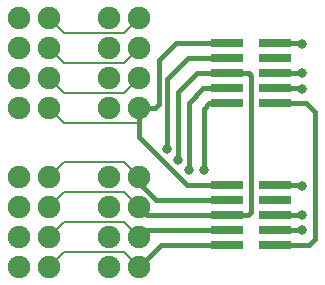
<source format=gtl>
%TF.GenerationSoftware,KiCad,Pcbnew,5.1.6-c6e7f7d~86~ubuntu18.04.1*%
%TF.CreationDate,2020-07-28T10:33:50+01:00*%
%TF.ProjectId,cortex-debug,636f7274-6578-42d6-9465-6275672e6b69,rev?*%
%TF.SameCoordinates,Original*%
%TF.FileFunction,Copper,L1,Top*%
%TF.FilePolarity,Positive*%
%FSLAX46Y46*%
G04 Gerber Fmt 4.6, Leading zero omitted, Abs format (unit mm)*
G04 Created by KiCad (PCBNEW 5.1.6-c6e7f7d~86~ubuntu18.04.1) date 2020-07-28 10:33:50*
%MOMM*%
%LPD*%
G01*
G04 APERTURE LIST*
%TA.AperFunction,SMDPad,CuDef*%
%ADD10R,2.790000X0.740000*%
%TD*%
%TA.AperFunction,ComponentPad*%
%ADD11C,1.900000*%
%TD*%
%TA.AperFunction,ViaPad*%
%ADD12C,0.800000*%
%TD*%
%TA.AperFunction,Conductor*%
%ADD13C,0.400000*%
%TD*%
%TA.AperFunction,Conductor*%
%ADD14C,0.200000*%
%TD*%
G04 APERTURE END LIST*
D10*
%TO.P,P2,10*%
%TO.N,/~RESET*%
X117965000Y-61460000D03*
%TO.P,P2,9*%
%TO.N,GND*%
X122035000Y-61460000D03*
%TO.P,P2,8*%
%TO.N,/JTDI*%
X117965000Y-62730000D03*
%TO.P,P2,7*%
%TO.N,N/C*%
X122035000Y-62730000D03*
%TO.P,P2,6*%
%TO.N,/SWO*%
X117965000Y-64000000D03*
%TO.P,P2,5*%
%TO.N,GND*%
X122035000Y-64000000D03*
%TO.P,P2,4*%
%TO.N,/SWCLK*%
X117965000Y-65270000D03*
%TO.P,P2,3*%
%TO.N,GND*%
X122035000Y-65270000D03*
%TO.P,P2,2*%
%TO.N,/SWDIO*%
X117965000Y-66540000D03*
%TO.P,P2,1*%
%TO.N,3v3*%
X122035000Y-66540000D03*
%TD*%
%TO.P,P1,10*%
%TO.N,/~RESET*%
X117965000Y-73460000D03*
%TO.P,P1,9*%
%TO.N,GND*%
X122035000Y-73460000D03*
%TO.P,P1,8*%
%TO.N,/JTDI*%
X117965000Y-74730000D03*
%TO.P,P1,7*%
%TO.N,N/C*%
X122035000Y-74730000D03*
%TO.P,P1,6*%
%TO.N,/SWO*%
X117965000Y-76000000D03*
%TO.P,P1,5*%
%TO.N,GND*%
X122035000Y-76000000D03*
%TO.P,P1,4*%
%TO.N,/SWCLK*%
X117965000Y-77270000D03*
%TO.P,P1,3*%
%TO.N,GND*%
X122035000Y-77270000D03*
%TO.P,P1,2*%
%TO.N,/SWDIO*%
X117965000Y-78540000D03*
%TO.P,P1,1*%
%TO.N,3v3*%
X122035000Y-78540000D03*
%TD*%
D11*
%TO.P,J6,8*%
%TO.N,/~RESET*%
X110490000Y-66929000D03*
%TO.P,J6,7*%
%TO.N,GND*%
X107950000Y-66929000D03*
%TO.P,J6,6*%
%TO.N,/CH5*%
X110490000Y-64389000D03*
%TO.P,J6,5*%
%TO.N,GND*%
X107950000Y-64389000D03*
%TO.P,J6,4*%
%TO.N,/CH6*%
X110490000Y-61849000D03*
%TO.P,J6,3*%
%TO.N,GND*%
X107950000Y-61849000D03*
%TO.P,J6,2*%
%TO.N,/CH7*%
X110490000Y-59309000D03*
%TO.P,J6,1*%
%TO.N,GND*%
X107950000Y-59309000D03*
%TD*%
%TO.P,J5,1*%
%TO.N,GND*%
X100330000Y-59309000D03*
%TO.P,J5,2*%
%TO.N,/CH7*%
X102870000Y-59309000D03*
%TO.P,J5,3*%
%TO.N,GND*%
X100330000Y-61849000D03*
%TO.P,J5,4*%
%TO.N,/CH6*%
X102870000Y-61849000D03*
%TO.P,J5,5*%
%TO.N,GND*%
X100330000Y-64389000D03*
%TO.P,J5,6*%
%TO.N,/CH5*%
X102870000Y-64389000D03*
%TO.P,J5,7*%
%TO.N,GND*%
X100330000Y-66929000D03*
%TO.P,J5,8*%
%TO.N,/~RESET*%
X102870000Y-66929000D03*
%TD*%
%TO.P,J2,8*%
%TO.N,/SWDIO*%
X110490000Y-80391000D03*
%TO.P,J2,7*%
%TO.N,GND*%
X107950000Y-80391000D03*
%TO.P,J2,6*%
%TO.N,/SWCLK*%
X110490000Y-77851000D03*
%TO.P,J2,5*%
%TO.N,GND*%
X107950000Y-77851000D03*
%TO.P,J2,4*%
%TO.N,/SWO*%
X110490000Y-75311000D03*
%TO.P,J2,3*%
%TO.N,GND*%
X107950000Y-75311000D03*
%TO.P,J2,2*%
%TO.N,/JTDI*%
X110490000Y-72771000D03*
%TO.P,J2,1*%
%TO.N,GND*%
X107950000Y-72771000D03*
%TD*%
%TO.P,J1,8*%
%TO.N,/SWDIO*%
X102870000Y-80391000D03*
%TO.P,J1,7*%
%TO.N,GND*%
X100330000Y-80391000D03*
%TO.P,J1,6*%
%TO.N,/SWCLK*%
X102870000Y-77851000D03*
%TO.P,J1,5*%
%TO.N,GND*%
X100330000Y-77851000D03*
%TO.P,J1,4*%
%TO.N,/SWO*%
X102870000Y-75311000D03*
%TO.P,J1,3*%
%TO.N,GND*%
X100330000Y-75311000D03*
%TO.P,J1,2*%
%TO.N,/JTDI*%
X102870000Y-72771000D03*
%TO.P,J1,1*%
%TO.N,GND*%
X100330000Y-72771000D03*
%TD*%
D12*
%TO.N,GND*%
X124300000Y-77300000D03*
X124300000Y-76000000D03*
X124300000Y-73500000D03*
X124300000Y-65300000D03*
X124300000Y-64000000D03*
X124300000Y-61500000D03*
%TO.N,/SWDIO*%
X116000000Y-72200000D03*
%TO.N,/SWCLK*%
X114700000Y-72200000D03*
%TO.N,/SWO*%
X113800000Y-71300000D03*
%TO.N,/JTDI*%
X112900000Y-70400000D03*
%TD*%
D13*
%TO.N,GND*%
X122035000Y-77270000D02*
X124270000Y-77270000D01*
X124270000Y-77270000D02*
X124300000Y-77300000D01*
X122035000Y-76000000D02*
X124300000Y-76000000D01*
X122035000Y-73460000D02*
X124260000Y-73460000D01*
X124260000Y-73460000D02*
X124300000Y-73500000D01*
X122035000Y-65270000D02*
X124270000Y-65270000D01*
X124270000Y-65270000D02*
X124300000Y-65300000D01*
X122035000Y-64000000D02*
X124300000Y-64000000D01*
X122035000Y-61460000D02*
X124260000Y-61460000D01*
X124260000Y-61460000D02*
X124300000Y-61500000D01*
D14*
%TO.N,/SWDIO*%
X109200001Y-79101001D02*
X110490000Y-80391000D01*
X102870000Y-80391000D02*
X104159999Y-79101001D01*
X104159999Y-79101001D02*
X109200001Y-79101001D01*
D13*
X112341000Y-78540000D02*
X110490000Y-80391000D01*
X117965000Y-78540000D02*
X112341000Y-78540000D01*
X116000000Y-72200000D02*
X116000000Y-67000000D01*
X116460000Y-66540000D02*
X117965000Y-66540000D01*
X116000000Y-67000000D02*
X116460000Y-66540000D01*
D14*
%TO.N,/SWCLK*%
X109200001Y-76561001D02*
X110490000Y-77851000D01*
X102870000Y-77851000D02*
X104159999Y-76561001D01*
X104159999Y-76561001D02*
X109200001Y-76561001D01*
D13*
X111071000Y-77270000D02*
X110490000Y-77851000D01*
X117965000Y-77270000D02*
X111071000Y-77270000D01*
X114700000Y-72200000D02*
X114700000Y-66500000D01*
X115930000Y-65270000D02*
X117965000Y-65270000D01*
X114700000Y-66500000D02*
X115930000Y-65270000D01*
D14*
%TO.N,/SWO*%
X109239999Y-74060999D02*
X110490000Y-75311000D01*
X102870000Y-75311000D02*
X104120001Y-74060999D01*
X104120001Y-74060999D02*
X109239999Y-74060999D01*
D13*
X111179000Y-76000000D02*
X110490000Y-75311000D01*
X117965000Y-76000000D02*
X111179000Y-76000000D01*
X117965000Y-76000000D02*
X119700000Y-76000000D01*
X119700000Y-76000000D02*
X120000000Y-75700000D01*
X120000000Y-75700000D02*
X120000000Y-64200000D01*
X119800000Y-64000000D02*
X117965000Y-64000000D01*
X120000000Y-64200000D02*
X119800000Y-64000000D01*
X113800000Y-71300000D02*
X113800000Y-65600000D01*
X115400000Y-64000000D02*
X117965000Y-64000000D01*
X113800000Y-65600000D02*
X115400000Y-64000000D01*
D14*
%TO.N,/JTDI*%
X109239999Y-71520999D02*
X110490000Y-72771000D01*
X102870000Y-72771000D02*
X104120001Y-71520999D01*
X104120001Y-71520999D02*
X109239999Y-71520999D01*
D13*
X117965000Y-74730000D02*
X111907002Y-74730000D01*
X110490000Y-73312998D02*
X110490000Y-72771000D01*
X111907002Y-74730000D02*
X110490000Y-73312998D01*
X112900000Y-70400000D02*
X112900000Y-64500000D01*
X114670000Y-62730000D02*
X117965000Y-62730000D01*
X112900000Y-64500000D02*
X114670000Y-62730000D01*
D14*
%TO.N,/CH7*%
X109239999Y-60559001D02*
X110490000Y-59309000D01*
X102870000Y-59309000D02*
X104120001Y-60559001D01*
X104120001Y-60559001D02*
X109239999Y-60559001D01*
%TO.N,/CH6*%
X109239999Y-63099001D02*
X110490000Y-61849000D01*
X102870000Y-61849000D02*
X104120001Y-63099001D01*
X104120001Y-63099001D02*
X109239999Y-63099001D01*
%TO.N,/CH5*%
X109239999Y-65639001D02*
X110490000Y-64389000D01*
X102870000Y-64389000D02*
X104120001Y-65639001D01*
X104120001Y-65639001D02*
X109239999Y-65639001D01*
D13*
%TO.N,/~RESET*%
X117965000Y-73460000D02*
X114560000Y-73460000D01*
X114560000Y-73460000D02*
X110490000Y-69390000D01*
D14*
X110459001Y-68179001D02*
X110490000Y-68210000D01*
X104120001Y-68179001D02*
X110459001Y-68179001D01*
D13*
X110490000Y-69390000D02*
X110490000Y-68210000D01*
D14*
X102870000Y-66929000D02*
X104120001Y-68179001D01*
D13*
X110490000Y-68210000D02*
X110490000Y-66929000D01*
X111871000Y-66929000D02*
X110490000Y-66929000D01*
X112200000Y-66600000D02*
X111871000Y-66929000D01*
X112200000Y-62900000D02*
X112200000Y-66600000D01*
X117965000Y-61460000D02*
X113640000Y-61460000D01*
X113640000Y-61460000D02*
X112200000Y-62900000D01*
%TO.N,3v3*%
X122035000Y-78540000D02*
X124860000Y-78540000D01*
X124860000Y-78540000D02*
X125400000Y-78000000D01*
X125400000Y-78000000D02*
X125400000Y-67300000D01*
X124640000Y-66540000D02*
X122035000Y-66540000D01*
X125400000Y-67300000D02*
X124640000Y-66540000D01*
%TD*%
M02*

</source>
